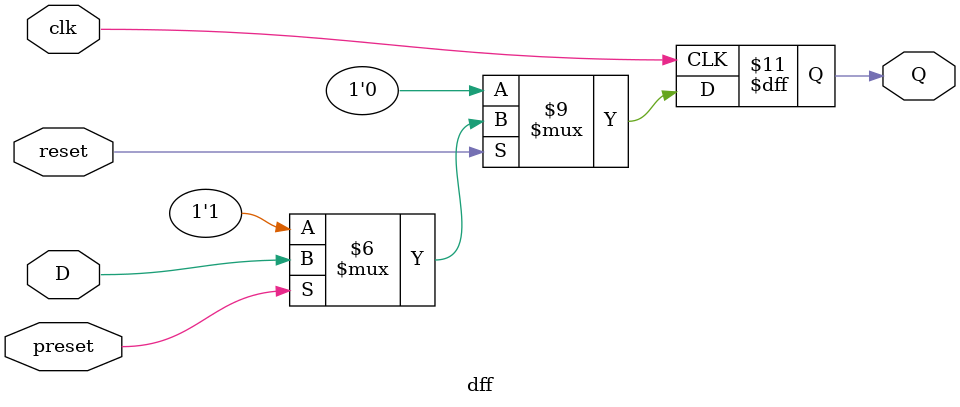
<source format=v>
module dff (
    input clk, D, reset, preset,
    output reg Q
);
    initial begin
        Q = 0;
    end

    always @(posedge clk) begin
        if (~reset) begin
            Q <= 0;
        end else if (~preset) begin
            Q <= 1;
        end else begin
            Q <= D;
        end
    end
endmodule
</source>
